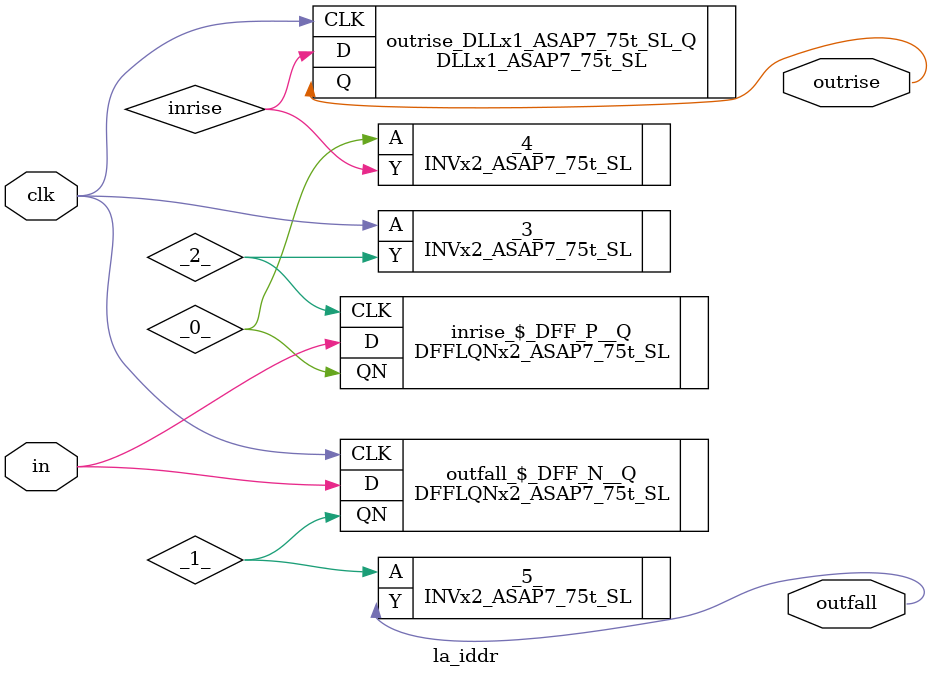
<source format=v>
/* Generated by Yosys 0.37 (git sha1 a5c7f69ed, clang 14.0.0-1ubuntu1.1 -fPIC -Os) */

module la_iddr(clk, in, outrise, outfall);
  wire _0_;
  wire _1_;
  wire _2_;
  input clk;
  wire clk;
  input in;
  wire in;
  wire inrise;
  output outfall;
  wire outfall;
  output outrise;
  wire outrise;
  INVx2_ASAP7_75t_SL _3_ (
    .A(clk),
    .Y(_2_)
  );
  INVx2_ASAP7_75t_SL _4_ (
    .A(_0_),
    .Y(inrise)
  );
  INVx2_ASAP7_75t_SL _5_ (
    .A(_1_),
    .Y(outfall)
  );
  DFFLQNx2_ASAP7_75t_SL \inrise_$_DFF_P__Q  (
    .CLK(_2_),
    .D(in),
    .QN(_0_)
  );
  DFFLQNx2_ASAP7_75t_SL \outfall_$_DFF_N__Q  (
    .CLK(clk),
    .D(in),
    .QN(_1_)
  );
  DLLx1_ASAP7_75t_SL outrise_DLLx1_ASAP7_75t_SL_Q (
    .CLK(clk),
    .D(inrise),
    .Q(outrise)
  );
endmodule

</source>
